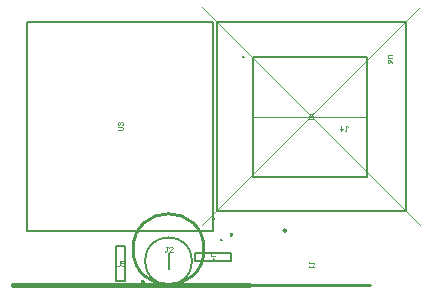
<source format=gto>
%FSLAX44Y44*%
%MOMM*%
G71*
G01*
G75*
G04 Layer_Color=65535*
G04:AMPARAMS|DCode=10|XSize=1mm|YSize=1.2mm|CornerRadius=0.165mm|HoleSize=0mm|Usage=FLASHONLY|Rotation=180.000|XOffset=0mm|YOffset=0mm|HoleType=Round|Shape=RoundedRectangle|*
%AMROUNDEDRECTD10*
21,1,1.0000,0.8700,0,0,180.0*
21,1,0.6700,1.2000,0,0,180.0*
1,1,0.3300,-0.3350,0.4350*
1,1,0.3300,0.3350,0.4350*
1,1,0.3300,0.3350,-0.4350*
1,1,0.3300,-0.3350,-0.4350*
%
%ADD10ROUNDEDRECTD10*%
G04:AMPARAMS|DCode=11|XSize=1.5mm|YSize=3mm|CornerRadius=0.375mm|HoleSize=0mm|Usage=FLASHONLY|Rotation=180.000|XOffset=0mm|YOffset=0mm|HoleType=Round|Shape=RoundedRectangle|*
%AMROUNDEDRECTD11*
21,1,1.5000,2.2500,0,0,180.0*
21,1,0.7500,3.0000,0,0,180.0*
1,1,0.7500,-0.3750,1.1250*
1,1,0.7500,0.3750,1.1250*
1,1,0.7500,0.3750,-1.1250*
1,1,0.7500,-0.3750,-1.1250*
%
%ADD11ROUNDEDRECTD11*%
%ADD12R,0.4000X1.4000*%
G04:AMPARAMS|DCode=13|XSize=1.8mm|YSize=1.9mm|CornerRadius=0.45mm|HoleSize=0mm|Usage=FLASHONLY|Rotation=0.000|XOffset=0mm|YOffset=0mm|HoleType=Round|Shape=RoundedRectangle|*
%AMROUNDEDRECTD13*
21,1,1.8000,1.0000,0,0,0.0*
21,1,0.9000,1.9000,0,0,0.0*
1,1,0.9000,0.4500,-0.5000*
1,1,0.9000,-0.4500,-0.5000*
1,1,0.9000,-0.4500,0.5000*
1,1,0.9000,0.4500,0.5000*
%
%ADD13ROUNDEDRECTD13*%
G04:AMPARAMS|DCode=14|XSize=1.1mm|YSize=0.6mm|CornerRadius=0.201mm|HoleSize=0mm|Usage=FLASHONLY|Rotation=270.000|XOffset=0mm|YOffset=0mm|HoleType=Round|Shape=RoundedRectangle|*
%AMROUNDEDRECTD14*
21,1,1.1000,0.1980,0,0,270.0*
21,1,0.6980,0.6000,0,0,270.0*
1,1,0.4020,-0.0990,-0.3490*
1,1,0.4020,-0.0990,0.3490*
1,1,0.4020,0.0990,0.3490*
1,1,0.4020,0.0990,-0.3490*
%
%ADD14ROUNDEDRECTD14*%
G04:AMPARAMS|DCode=15|XSize=1.1mm|YSize=0.6mm|CornerRadius=0.201mm|HoleSize=0mm|Usage=FLASHONLY|Rotation=180.000|XOffset=0mm|YOffset=0mm|HoleType=Round|Shape=RoundedRectangle|*
%AMROUNDEDRECTD15*
21,1,1.1000,0.1980,0,0,180.0*
21,1,0.6980,0.6000,0,0,180.0*
1,1,0.4020,-0.3490,0.0990*
1,1,0.4020,0.3490,0.0990*
1,1,0.4020,0.3490,-0.0990*
1,1,0.4020,-0.3490,-0.0990*
%
%ADD15ROUNDEDRECTD15*%
%ADD16O,1.8000X0.8000*%
%ADD17O,1.0000X2.5000*%
G04:AMPARAMS|DCode=18|XSize=1.5mm|YSize=3mm|CornerRadius=0.375mm|HoleSize=0mm|Usage=FLASHONLY|Rotation=270.000|XOffset=0mm|YOffset=0mm|HoleType=Round|Shape=RoundedRectangle|*
%AMROUNDEDRECTD18*
21,1,1.5000,2.2500,0,0,270.0*
21,1,0.7500,3.0000,0,0,270.0*
1,1,0.7500,-1.1250,-0.3750*
1,1,0.7500,-1.1250,0.3750*
1,1,0.7500,1.1250,0.3750*
1,1,0.7500,1.1250,-0.3750*
%
%ADD18ROUNDEDRECTD18*%
%ADD19O,2.5000X0.7000*%
%ADD20O,0.7000X2.5000*%
%ADD21C,0.4000*%
%ADD22C,0.2500*%
%ADD23C,0.2000*%
%ADD24C,0.3500*%
%ADD25C,0.7000*%
%ADD26C,1.0000*%
%ADD27C,0.8000*%
%ADD28C,0.7000*%
%ADD29C,2.0000*%
%ADD30R,1.3000X1.3000*%
%ADD31C,1.3000*%
%ADD32C,1.8500*%
G04:AMPARAMS|DCode=33|XSize=1mm|YSize=0.95mm|CornerRadius=0.1995mm|HoleSize=0mm|Usage=FLASHONLY|Rotation=90.000|XOffset=0mm|YOffset=0mm|HoleType=Round|Shape=RoundedRectangle|*
%AMROUNDEDRECTD33*
21,1,1.0000,0.5510,0,0,90.0*
21,1,0.6010,0.9500,0,0,90.0*
1,1,0.3990,0.2755,0.3005*
1,1,0.3990,0.2755,-0.3005*
1,1,0.3990,-0.2755,-0.3005*
1,1,0.3990,-0.2755,0.3005*
%
%ADD33ROUNDEDRECTD33*%
G04:AMPARAMS|DCode=34|XSize=1mm|YSize=0.95mm|CornerRadius=0.1995mm|HoleSize=0mm|Usage=FLASHONLY|Rotation=180.000|XOffset=0mm|YOffset=0mm|HoleType=Round|Shape=RoundedRectangle|*
%AMROUNDEDRECTD34*
21,1,1.0000,0.5510,0,0,180.0*
21,1,0.6010,0.9500,0,0,180.0*
1,1,0.3990,-0.3005,0.2755*
1,1,0.3990,0.3005,0.2755*
1,1,0.3990,0.3005,-0.2755*
1,1,0.3990,-0.3005,-0.2755*
%
%ADD34ROUNDEDRECTD34*%
G04:AMPARAMS|DCode=35|XSize=1mm|YSize=0.9mm|CornerRadius=0.198mm|HoleSize=0mm|Usage=FLASHONLY|Rotation=0.000|XOffset=0mm|YOffset=0mm|HoleType=Round|Shape=RoundedRectangle|*
%AMROUNDEDRECTD35*
21,1,1.0000,0.5040,0,0,0.0*
21,1,0.6040,0.9000,0,0,0.0*
1,1,0.3960,0.3020,-0.2520*
1,1,0.3960,-0.3020,-0.2520*
1,1,0.3960,-0.3020,0.2520*
1,1,0.3960,0.3020,0.2520*
%
%ADD35ROUNDEDRECTD35*%
%ADD36R,4.0000X4.0000*%
%ADD37O,0.4000X1.1000*%
%ADD38O,1.1000X0.4000*%
G04:AMPARAMS|DCode=39|XSize=0.375mm|YSize=1.5mm|CornerRadius=0.0825mm|HoleSize=0mm|Usage=FLASHONLY|Rotation=0.000|XOffset=0mm|YOffset=0mm|HoleType=Round|Shape=RoundedRectangle|*
%AMROUNDEDRECTD39*
21,1,0.3750,1.3350,0,0,0.0*
21,1,0.2100,1.5000,0,0,0.0*
1,1,0.1650,0.1050,-0.6675*
1,1,0.1650,-0.1050,-0.6675*
1,1,0.1650,-0.1050,0.6675*
1,1,0.1650,0.1050,0.6675*
%
%ADD39ROUNDEDRECTD39*%
G04:AMPARAMS|DCode=40|XSize=0.375mm|YSize=1.25mm|CornerRadius=0.0825mm|HoleSize=0mm|Usage=FLASHONLY|Rotation=0.000|XOffset=0mm|YOffset=0mm|HoleType=Round|Shape=RoundedRectangle|*
%AMROUNDEDRECTD40*
21,1,0.3750,1.0850,0,0,0.0*
21,1,0.2100,1.2500,0,0,0.0*
1,1,0.1650,0.1050,-0.5425*
1,1,0.1650,-0.1050,-0.5425*
1,1,0.1650,-0.1050,0.5425*
1,1,0.1650,0.1050,0.5425*
%
%ADD40ROUNDEDRECTD40*%
G04:AMPARAMS|DCode=41|XSize=0.375mm|YSize=1.6mm|CornerRadius=0.0825mm|HoleSize=0mm|Usage=FLASHONLY|Rotation=0.000|XOffset=0mm|YOffset=0mm|HoleType=Round|Shape=RoundedRectangle|*
%AMROUNDEDRECTD41*
21,1,0.3750,1.4350,0,0,0.0*
21,1,0.2100,1.6000,0,0,0.0*
1,1,0.1650,0.1050,-0.7175*
1,1,0.1650,-0.1050,-0.7175*
1,1,0.1650,-0.1050,0.7175*
1,1,0.1650,0.1050,0.7175*
%
%ADD41ROUNDEDRECTD41*%
G04:AMPARAMS|DCode=42|XSize=1.1mm|YSize=0.9mm|CornerRadius=0.3015mm|HoleSize=0mm|Usage=FLASHONLY|Rotation=270.000|XOffset=0mm|YOffset=0mm|HoleType=Round|Shape=RoundedRectangle|*
%AMROUNDEDRECTD42*
21,1,1.1000,0.2970,0,0,270.0*
21,1,0.4970,0.9000,0,0,270.0*
1,1,0.6030,-0.1485,-0.2485*
1,1,0.6030,-0.1485,0.2485*
1,1,0.6030,0.1485,0.2485*
1,1,0.6030,0.1485,-0.2485*
%
%ADD42ROUNDEDRECTD42*%
G04:AMPARAMS|DCode=43|XSize=1mm|YSize=0.4mm|CornerRadius=0.1mm|HoleSize=0mm|Usage=FLASHONLY|Rotation=270.000|XOffset=0mm|YOffset=0mm|HoleType=Round|Shape=RoundedRectangle|*
%AMROUNDEDRECTD43*
21,1,1.0000,0.2000,0,0,270.0*
21,1,0.8000,0.4000,0,0,270.0*
1,1,0.2000,-0.1000,-0.4000*
1,1,0.2000,-0.1000,0.4000*
1,1,0.2000,0.1000,0.4000*
1,1,0.2000,0.1000,-0.4000*
%
%ADD43ROUNDEDRECTD43*%
G04:AMPARAMS|DCode=44|XSize=0.75mm|YSize=1.1mm|CornerRadius=0.165mm|HoleSize=0mm|Usage=FLASHONLY|Rotation=0.000|XOffset=0mm|YOffset=0mm|HoleType=Round|Shape=RoundedRectangle|*
%AMROUNDEDRECTD44*
21,1,0.7500,0.7700,0,0,0.0*
21,1,0.4200,1.1000,0,0,0.0*
1,1,0.3300,0.2100,-0.3850*
1,1,0.3300,-0.2100,-0.3850*
1,1,0.3300,-0.2100,0.3850*
1,1,0.3300,0.2100,0.3850*
%
%ADD44ROUNDEDRECTD44*%
G04:AMPARAMS|DCode=45|XSize=1mm|YSize=1.1mm|CornerRadius=0.165mm|HoleSize=0mm|Usage=FLASHONLY|Rotation=0.000|XOffset=0mm|YOffset=0mm|HoleType=Round|Shape=RoundedRectangle|*
%AMROUNDEDRECTD45*
21,1,1.0000,0.7700,0,0,0.0*
21,1,0.6700,1.1000,0,0,0.0*
1,1,0.3300,0.3350,-0.3850*
1,1,0.3300,-0.3350,-0.3850*
1,1,0.3300,-0.3350,0.3850*
1,1,0.3300,0.3350,0.3850*
%
%ADD45ROUNDEDRECTD45*%
G04:AMPARAMS|DCode=46|XSize=1.1mm|YSize=0.75mm|CornerRadius=0.2512mm|HoleSize=0mm|Usage=FLASHONLY|Rotation=270.000|XOffset=0mm|YOffset=0mm|HoleType=Round|Shape=RoundedRectangle|*
%AMROUNDEDRECTD46*
21,1,1.1000,0.2475,0,0,270.0*
21,1,0.5975,0.7500,0,0,270.0*
1,1,0.5025,-0.1238,-0.2988*
1,1,0.5025,-0.1238,0.2988*
1,1,0.5025,0.1238,0.2988*
1,1,0.5025,0.1238,-0.2988*
%
%ADD46ROUNDEDRECTD46*%
%ADD47C,0.9000*%
%ADD48C,0.5000*%
%ADD49C,0.2540*%
%ADD50C,0.1000*%
G36*
X177678Y38639D02*
X178032Y37783D01*
X177678Y36927D01*
X176822Y36573D01*
X175966Y36927D01*
X175612Y37783D01*
X175966Y38639D01*
X176822Y38993D01*
X177678Y38639D01*
D02*
G37*
G36*
X111398Y3648D02*
X111873Y2500D01*
X111398Y1352D01*
X110250Y876D01*
X109102Y1352D01*
X108626Y2500D01*
X109102Y3648D01*
X110250Y4124D01*
X111398Y3648D01*
D02*
G37*
G36*
X186398Y43398D02*
X186874Y42250D01*
X186398Y41102D01*
X185250Y40626D01*
X184102Y41102D01*
X183626Y42250D01*
X184102Y43398D01*
X185250Y43874D01*
X186398Y43398D01*
D02*
G37*
G36*
X196034Y193888D02*
X196388Y193032D01*
X196034Y192177D01*
X195178Y191822D01*
X194322Y192177D01*
X193968Y193032D01*
X194322Y193888D01*
X195178Y194242D01*
X196034Y193888D01*
D02*
G37*
G36*
X170928Y56139D02*
X171282Y55283D01*
X170928Y54427D01*
X170072Y54073D01*
X169216Y54427D01*
X168862Y55283D01*
X169216Y56139D01*
X170072Y56493D01*
X170928Y56139D01*
D02*
G37*
D21*
X-0Y-0D02*
X200000D01*
D22*
X231531Y46000D02*
G03*
X231531Y46000I-1031J0D01*
G01*
D23*
X152000Y20000D02*
G03*
X152000Y20000I-20000J0D01*
G01*
X132000Y13500D02*
Y26500D01*
X154751Y19753D02*
X184749D01*
Y26747D01*
X154751D02*
X184749D01*
X154751Y19753D02*
Y26747D01*
X87753Y3001D02*
Y32999D01*
Y3001D02*
X94746D01*
Y32999D01*
X87753D02*
X94746D01*
X203250Y91499D02*
Y192499D01*
Y91499D02*
X300250D01*
Y192499D01*
X203250D02*
X300250D01*
X172750Y62750D02*
Y222750D01*
X332750D01*
Y62750D02*
Y222750D01*
X172750Y62750D02*
X332750D01*
X170000Y45500D02*
Y222500D01*
X12000D02*
X170000D01*
X12000Y45500D02*
Y222500D01*
Y45500D02*
X170000D01*
D49*
X162000Y30000D02*
G03*
X162000Y30000I-30000J0D01*
G01*
X203000Y0D02*
X303000D01*
D50*
X203250Y141999D02*
X300250D01*
X160750Y234750D02*
X344750Y50750D01*
X160750D02*
X344750Y234750D01*
X254749Y17334D02*
Y18667D01*
Y18000D01*
X251416D01*
X250750Y18667D01*
Y19333D01*
X251416Y20000D01*
X250750Y16001D02*
Y14668D01*
Y15335D01*
X254749D01*
X254082Y16001D01*
X281334Y130001D02*
X282667D01*
X282001D01*
Y133334D01*
X282667Y134000D01*
X283333D01*
X284000Y133334D01*
X278002Y134000D02*
Y130001D01*
X280001Y132001D01*
X277335D01*
X87880Y20001D02*
Y16668D01*
X88546Y16002D01*
X89879D01*
X90546Y16668D01*
Y20001D01*
X94544D02*
X91878D01*
Y18001D01*
X93211Y18668D01*
X93878D01*
X94544Y18001D01*
Y16668D01*
X93878Y16002D01*
X92545D01*
X91878Y16668D01*
X171709Y26638D02*
X168376D01*
X167710Y25972D01*
Y24639D01*
X168376Y23972D01*
X171709D01*
X167710Y20640D02*
X171709D01*
X169709Y22639D01*
Y19973D01*
X250691Y140052D02*
X254023D01*
X254690Y140718D01*
Y142051D01*
X254023Y142718D01*
X250691D01*
X254690Y144051D02*
Y145384D01*
Y144717D01*
X250691D01*
X251358Y144051D01*
X89081Y130744D02*
X92414D01*
X93080Y131411D01*
Y132743D01*
X92414Y133410D01*
X89081D01*
X89748Y134743D02*
X89081Y135409D01*
Y136742D01*
X89748Y137409D01*
X90414D01*
X91081Y136742D01*
Y136076D01*
Y136742D01*
X91747Y137409D01*
X92414D01*
X93080Y136742D01*
Y135409D01*
X92414Y134743D01*
X131404Y31955D02*
X130071D01*
X130737D01*
Y28623D01*
X130071Y27956D01*
X129404D01*
X128738Y28623D01*
X135402Y27956D02*
X132736D01*
X135402Y30622D01*
Y31288D01*
X134736Y31955D01*
X133403D01*
X132736Y31288D01*
X321408Y194450D02*
X318076D01*
X317409Y193784D01*
Y192451D01*
X318076Y191784D01*
X321408D01*
Y187786D02*
X320741Y189119D01*
X319408Y190452D01*
X318076D01*
X317409Y189785D01*
Y188452D01*
X318076Y187786D01*
X318742D01*
X319408Y188452D01*
Y190452D01*
M02*

</source>
